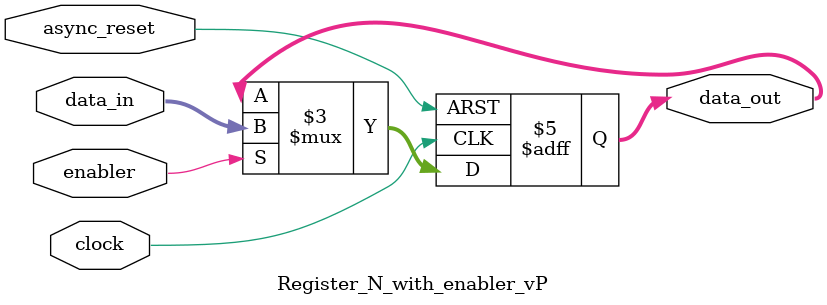
<source format=sv>
module Register_N_with_enabler_vP #(parameter N = 8)
(
	input logic [N-1:0] data_in,
	input logic enabler,
	
	input logic clock,
	input logic async_reset,
	
	output reg [N-1:0] data_out
);
	always @(posedge clock or negedge async_reset)
	begin
	
		if(!async_reset)
			data_out <= 0;
			
		else if(enabler)
			data_out <= data_in;
	end

endmodule
</source>
